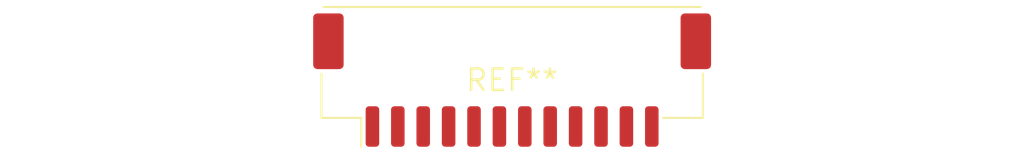
<source format=kicad_pcb>
(kicad_pcb (version 20240108) (generator pcbnew)
  (layers (0 "F.Cu" signal) (31 "B.Cu" signal) (34 "B.Paste" user) (35 "F.Paste" user) (36 "B.SilkS" user "B.Silkscreen") (37 "F.SilkS" user "F.Silkscreen") (38 "B.Mask" user) (39 "F.Mask" user) (44 "Edge.Cuts" user))
  (net 0 "")
  (footprint "Molex_CLIK-Mate_505405-1270_1x12-1MP_P1.50mm_Vertical" (layer "F.Cu") (at 0 0)
    (property "Reference" "REF**")
    (property "Value" "Molex_CLIK-Mate_505405-1270_1x12-1MP_P1.50mm_Vertical")
    (fp_line (start -11.26 -0.39) (end -11.26 2.24) (layer "F.SilkS") (stroke (width 0.12)))
    (fp_line (start -11.26 2.24) (end -8.91 2.24) (layer "F.SilkS") (stroke (width 0.12)))
    (fp_line (start -11.15 -4.33) (end 11.15 -4.33) (layer "F.SilkS") (stroke (width 0.12)))
    (fp_line (start -8.91 2.24) (end -8.91 3.95) (layer "F.SilkS") (stroke (width 0.12)))
    (fp_line (start 11.26 -0.39) (end 11.26 2.24) (layer "F.SilkS") (stroke (width 0.12)))
    (fp_line (start 11.26 2.24) (end 8.91 2.24) (layer "F.SilkS") (stroke (width 0.12)))
    (pad "1" smd roundrect (at -8.25 2.75) (size 0.8 2.4) (layers "F.Cu" "F.Paste" "F.Mask"))
    (pad "2" smd roundrect (at -6.75 2.75) (size 0.8 2.4) (layers "F.Cu" "F.Paste" "F.Mask"))
    (pad "3" smd roundrect (at -5.25 2.75) (size 0.8 2.4) (layers "F.Cu" "F.Paste" "F.Mask"))
    (pad "4" smd roundrect (at -3.75 2.75) (size 0.8 2.4) (layers "F.Cu" "F.Paste" "F.Mask"))
    (pad "5" smd roundrect (at -2.25 2.75) (size 0.8 2.4) (layers "F.Cu" "F.Paste" "F.Mask"))
    (pad "6" smd roundrect (at -0.75 2.75) (size 0.8 2.4) (layers "F.Cu" "F.Paste" "F.Mask"))
    (pad "7" smd roundrect (at 0.75 2.75) (size 0.8 2.4) (layers "F.Cu" "F.Paste" "F.Mask"))
    (pad "8" smd roundrect (at 2.25 2.75) (size 0.8 2.4) (layers "F.Cu" "F.Paste" "F.Mask"))
    (pad "9" smd roundrect (at 3.75 2.75) (size 0.8 2.4) (layers "F.Cu" "F.Paste" "F.Mask"))
    (pad "10" smd roundrect (at 5.25 2.75) (size 0.8 2.4) (layers "F.Cu" "F.Paste" "F.Mask"))
    (pad "11" smd roundrect (at 6.75 2.75) (size 0.8 2.4) (layers "F.Cu" "F.Paste" "F.Mask"))
    (pad "12" smd roundrect (at 8.25 2.75) (size 0.8 2.4) (layers "F.Cu" "F.Paste" "F.Mask"))
    (pad "MP" smd roundrect (at -10.85 -2.3) (size 1.8 3.3) (layers "F.Cu" "F.Paste" "F.Mask") (roundrect_rratio 0.138889))
    (pad "MP" smd roundrect (at 10.85 -2.3) (size 1.8 3.3) (layers "F.Cu" "F.Paste" "F.Mask") (roundrect_rratio 0.138889))
  )
)
</source>
